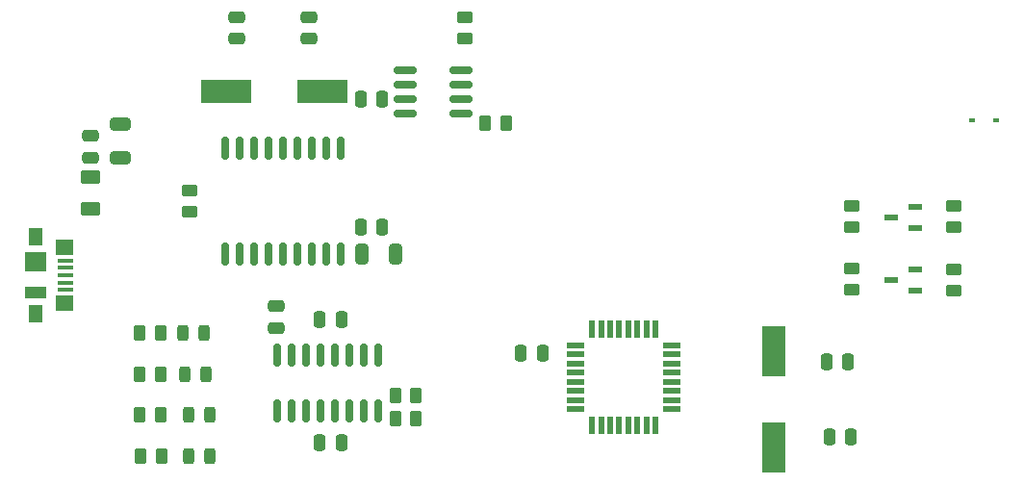
<source format=gbr>
%TF.GenerationSoftware,KiCad,Pcbnew,(6.0.7-1)-1*%
%TF.CreationDate,2022-09-19T18:34:45-07:00*%
%TF.ProjectId,telemetry-emulator-pcb,74656c65-6d65-4747-9279-2d656d756c61,rev?*%
%TF.SameCoordinates,Original*%
%TF.FileFunction,Paste,Top*%
%TF.FilePolarity,Positive*%
%FSLAX46Y46*%
G04 Gerber Fmt 4.6, Leading zero omitted, Abs format (unit mm)*
G04 Created by KiCad (PCBNEW (6.0.7-1)-1) date 2022-09-19 18:34:45*
%MOMM*%
%LPD*%
G01*
G04 APERTURE LIST*
G04 Aperture macros list*
%AMRoundRect*
0 Rectangle with rounded corners*
0 $1 Rounding radius*
0 $2 $3 $4 $5 $6 $7 $8 $9 X,Y pos of 4 corners*
0 Add a 4 corners polygon primitive as box body*
4,1,4,$2,$3,$4,$5,$6,$7,$8,$9,$2,$3,0*
0 Add four circle primitives for the rounded corners*
1,1,$1+$1,$2,$3*
1,1,$1+$1,$4,$5*
1,1,$1+$1,$6,$7*
1,1,$1+$1,$8,$9*
0 Add four rect primitives between the rounded corners*
20,1,$1+$1,$2,$3,$4,$5,0*
20,1,$1+$1,$4,$5,$6,$7,0*
20,1,$1+$1,$6,$7,$8,$9,0*
20,1,$1+$1,$8,$9,$2,$3,0*%
G04 Aperture macros list end*
%ADD10RoundRect,0.250000X-0.250000X-0.475000X0.250000X-0.475000X0.250000X0.475000X-0.250000X0.475000X0*%
%ADD11RoundRect,0.250000X-0.262500X-0.450000X0.262500X-0.450000X0.262500X0.450000X-0.262500X0.450000X0*%
%ADD12RoundRect,0.250000X0.650000X-0.325000X0.650000X0.325000X-0.650000X0.325000X-0.650000X-0.325000X0*%
%ADD13RoundRect,0.150000X0.150000X-0.825000X0.150000X0.825000X-0.150000X0.825000X-0.150000X-0.825000X0*%
%ADD14RoundRect,0.250000X0.625000X-0.375000X0.625000X0.375000X-0.625000X0.375000X-0.625000X-0.375000X0*%
%ADD15R,1.300000X0.600000*%
%ADD16RoundRect,0.250000X0.475000X-0.250000X0.475000X0.250000X-0.475000X0.250000X-0.475000X-0.250000X0*%
%ADD17RoundRect,0.250000X-0.450000X0.262500X-0.450000X-0.262500X0.450000X-0.262500X0.450000X0.262500X0*%
%ADD18RoundRect,0.243750X-0.243750X-0.456250X0.243750X-0.456250X0.243750X0.456250X-0.243750X0.456250X0*%
%ADD19R,4.500000X2.000000*%
%ADD20RoundRect,0.250000X0.250000X0.475000X-0.250000X0.475000X-0.250000X-0.475000X0.250000X-0.475000X0*%
%ADD21RoundRect,0.250000X0.262500X0.450000X-0.262500X0.450000X-0.262500X-0.450000X0.262500X-0.450000X0*%
%ADD22RoundRect,0.150000X-0.825000X-0.150000X0.825000X-0.150000X0.825000X0.150000X-0.825000X0.150000X0*%
%ADD23RoundRect,0.250000X-0.475000X0.250000X-0.475000X-0.250000X0.475000X-0.250000X0.475000X0.250000X0*%
%ADD24RoundRect,0.150000X-0.150000X0.875000X-0.150000X-0.875000X0.150000X-0.875000X0.150000X0.875000X0*%
%ADD25RoundRect,0.250000X0.450000X-0.262500X0.450000X0.262500X-0.450000X0.262500X-0.450000X-0.262500X0*%
%ADD26R,1.600000X0.550000*%
%ADD27R,0.550000X1.600000*%
%ADD28R,1.380000X0.450000*%
%ADD29R,1.300000X1.650000*%
%ADD30R,1.900000X1.000000*%
%ADD31R,1.900000X1.800000*%
%ADD32R,1.550000X1.425000*%
%ADD33RoundRect,0.243750X0.243750X0.456250X-0.243750X0.456250X-0.243750X-0.456250X0.243750X-0.456250X0*%
%ADD34R,0.600000X0.450000*%
%ADD35RoundRect,0.250000X-0.325000X-0.650000X0.325000X-0.650000X0.325000X0.650000X-0.325000X0.650000X0*%
%ADD36R,2.000000X4.500000*%
G04 APERTURE END LIST*
D10*
%TO.C,C6*%
X156530000Y-92642000D03*
X158430000Y-92642000D03*
%TD*%
D11*
%TO.C,R2*%
X96087500Y-97300000D03*
X97912500Y-97300000D03*
%TD*%
%TO.C,R1*%
X96087500Y-90106000D03*
X97912500Y-90106000D03*
%TD*%
D12*
%TO.C,C3*%
X94400000Y-74675000D03*
X94400000Y-71725000D03*
%TD*%
D13*
%TO.C,U1*%
X108155000Y-96975000D03*
X109425000Y-96975000D03*
X110695000Y-96975000D03*
X111965000Y-96975000D03*
X113235000Y-96975000D03*
X114505000Y-96975000D03*
X115775000Y-96975000D03*
X117045000Y-96975000D03*
X117045000Y-92025000D03*
X115775000Y-92025000D03*
X114505000Y-92025000D03*
X113235000Y-92025000D03*
X111965000Y-92025000D03*
X110695000Y-92025000D03*
X109425000Y-92025000D03*
X108155000Y-92025000D03*
%TD*%
D10*
%TO.C,C5*%
X156750000Y-99200000D03*
X158650000Y-99200000D03*
%TD*%
D14*
%TO.C,F1*%
X91800000Y-79200000D03*
X91800000Y-76400000D03*
%TD*%
D15*
%TO.C,Q1*%
X164282500Y-80897000D03*
X164282500Y-78997000D03*
X162182500Y-79947000D03*
%TD*%
D16*
%TO.C,C10*%
X104648000Y-64196000D03*
X104648000Y-62296000D03*
%TD*%
D17*
%TO.C,R12*%
X167732500Y-84534500D03*
X167732500Y-86359500D03*
%TD*%
D18*
%TO.C,D4*%
X100362500Y-100900000D03*
X102237500Y-100900000D03*
%TD*%
D19*
%TO.C,Y2*%
X103700000Y-68834000D03*
X112200000Y-68834000D03*
%TD*%
D10*
%TO.C,C8*%
X111950000Y-88900000D03*
X113850000Y-88900000D03*
%TD*%
D20*
%TO.C,C1*%
X131550000Y-91900000D03*
X129650000Y-91900000D03*
%TD*%
D21*
%TO.C,R6*%
X120412500Y-97600000D03*
X118587500Y-97600000D03*
%TD*%
D20*
%TO.C,C4*%
X113850000Y-99700000D03*
X111950000Y-99700000D03*
%TD*%
D22*
%TO.C,IC3*%
X119445000Y-66929000D03*
X119445000Y-68199000D03*
X119445000Y-69469000D03*
X119445000Y-70739000D03*
X124395000Y-70739000D03*
X124395000Y-69469000D03*
X124395000Y-68199000D03*
X124395000Y-66929000D03*
%TD*%
D23*
%TO.C,C2*%
X91800000Y-72750000D03*
X91800000Y-74650000D03*
%TD*%
D16*
%TO.C,C9*%
X110998000Y-64196000D03*
X110998000Y-62296000D03*
%TD*%
%TO.C,C7*%
X108100000Y-89650000D03*
X108100000Y-87750000D03*
%TD*%
D24*
%TO.C,IC2*%
X113792000Y-73836000D03*
X112522000Y-73836000D03*
X111252000Y-73836000D03*
X109982000Y-73836000D03*
X108712000Y-73836000D03*
X107442000Y-73836000D03*
X106172000Y-73836000D03*
X104902000Y-73836000D03*
X103632000Y-73836000D03*
X103632000Y-83136000D03*
X104902000Y-83136000D03*
X106172000Y-83136000D03*
X107442000Y-83136000D03*
X108712000Y-83136000D03*
X109982000Y-83136000D03*
X111252000Y-83136000D03*
X112522000Y-83136000D03*
X113792000Y-83136000D03*
%TD*%
D20*
%TO.C,C13*%
X117450000Y-69500000D03*
X115550000Y-69500000D03*
%TD*%
D10*
%TO.C,C11*%
X115550000Y-80800000D03*
X117450000Y-80800000D03*
%TD*%
D11*
%TO.C,R4*%
X96187500Y-100900000D03*
X98012500Y-100900000D03*
%TD*%
D17*
%TO.C,R10*%
X124714000Y-62333500D03*
X124714000Y-64158500D03*
%TD*%
D11*
%TO.C,R13*%
X126487500Y-71600000D03*
X128312500Y-71600000D03*
%TD*%
%TO.C,R5*%
X118587500Y-95600000D03*
X120412500Y-95600000D03*
%TD*%
D25*
%TO.C,R7*%
X100500000Y-79412500D03*
X100500000Y-77587500D03*
%TD*%
D17*
%TO.C,R8*%
X158732500Y-78947000D03*
X158732500Y-80772000D03*
%TD*%
D15*
%TO.C,Q2*%
X164282500Y-86397000D03*
X164282500Y-84497000D03*
X162182500Y-85447000D03*
%TD*%
D26*
%TO.C,IC1*%
X142934000Y-96780000D03*
X142934000Y-95980000D03*
X142934000Y-95180000D03*
X142934000Y-94380000D03*
X142934000Y-93580000D03*
X142934000Y-92780000D03*
X142934000Y-91980000D03*
X142934000Y-91180000D03*
D27*
X141484000Y-89730000D03*
X140684000Y-89730000D03*
X139884000Y-89730000D03*
X139084000Y-89730000D03*
X138284000Y-89730000D03*
X137484000Y-89730000D03*
X136684000Y-89730000D03*
X135884000Y-89730000D03*
D26*
X134434000Y-91180000D03*
X134434000Y-91980000D03*
X134434000Y-92780000D03*
X134434000Y-93580000D03*
X134434000Y-94380000D03*
X134434000Y-95180000D03*
X134434000Y-95980000D03*
X134434000Y-96780000D03*
D27*
X135884000Y-98230000D03*
X136684000Y-98230000D03*
X137484000Y-98230000D03*
X138284000Y-98230000D03*
X139084000Y-98230000D03*
X139884000Y-98230000D03*
X140684000Y-98230000D03*
X141484000Y-98230000D03*
%TD*%
D28*
%TO.C,J1*%
X89560000Y-83700000D03*
X89560000Y-84350000D03*
X89560000Y-85000000D03*
X89560000Y-85650000D03*
X89560000Y-86300000D03*
D29*
X86900000Y-81625000D03*
X86900000Y-88375000D03*
D30*
X86900000Y-86550000D03*
D31*
X86900000Y-83850000D03*
D32*
X89475000Y-82512500D03*
X89475000Y-87487500D03*
%TD*%
D33*
%TO.C,D1*%
X101737500Y-90106000D03*
X99862500Y-90106000D03*
%TD*%
D17*
%TO.C,R11*%
X167732500Y-78947000D03*
X167732500Y-80772000D03*
%TD*%
D34*
%TO.C,D5*%
X169350000Y-71400000D03*
X171450000Y-71400000D03*
%TD*%
D33*
%TO.C,D3*%
X101937500Y-93700000D03*
X100062500Y-93700000D03*
%TD*%
D18*
%TO.C,D2*%
X100362500Y-97300000D03*
X102237500Y-97300000D03*
%TD*%
D35*
%TO.C,C12*%
X115625000Y-83100000D03*
X118575000Y-83100000D03*
%TD*%
D11*
%TO.C,R3*%
X96087500Y-93706000D03*
X97912500Y-93706000D03*
%TD*%
D36*
%TO.C,Y1*%
X151892000Y-91694000D03*
X151892000Y-100194000D03*
%TD*%
D17*
%TO.C,R9*%
X158732500Y-84447000D03*
X158732500Y-86272000D03*
%TD*%
M02*

</source>
